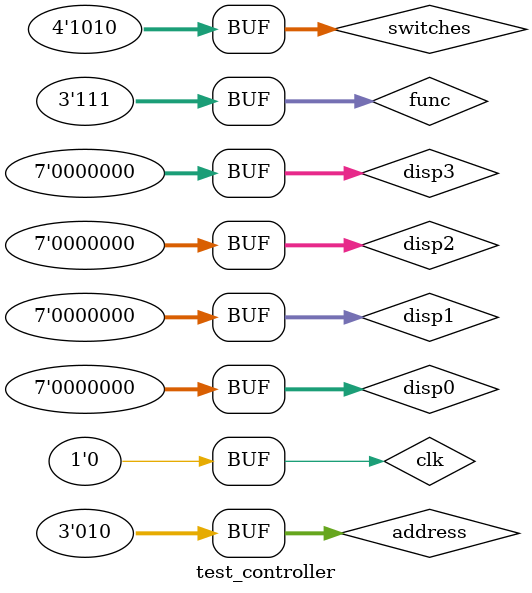
<source format=sv>


module test_controller;

logic clk;
logic [2:0] address, func;
logic [3:0] switches;
logic [6:0] disp0, disp1, disp2, disp3;

full_playbus1 p1 (.disp0(disp0), .disp1(disp1), .disp2(disp2), .disp3(disp3),
				  .sw0(switches), .sw1(address), .sw2(func), .clk(clk));
// controller asm (.*);

initial
  begin
	clk = 0;
	address = 0;
	func = 5;
	disp0 = 0;
	disp1 = 0;
	disp2 = 0;
	disp3 = 0;
	
	switches = 4'b1010;
	func = 0;
	#10ns clk = 1;
	#10ns clk = 0; // copy data from switch to ram at address
	func = 3;
	address = 2;
	#10ns clk = 1;
	#10ns clk = 1;
	#10ns clk = 0;
	#10ns clk = 0; // read data from ram to bus at address
	func = 1;
	#10ns clk = 1;
	#10ns clk = 0; // read data from switch to bus
	func = 2;
	#10ns clk = 1;
	#10ns clk = 0; // copy data from switch to leds
	func = 5;
	#10ns clk = 1;
	#10ns clk = 1;
	#10ns clk = 0;
	#10ns clk = 0; // copy data from eprom into ram at address
	func = 4;
	#10ns clk = 1;
	#10ns clk = 1;
	#10ns clk = 0;
	#10ns clk = 0; // copy data from EPROM at address into LEDs at address
	func = 6;
	#10ns clk = 1;
	#10ns clk = 1;
	#10ns clk = 0;
	#10ns clk = 0; // Copy data from RAM at address into LEDs
	func = 7;
	#10ns clk = 1;
	#10ns clk = 1;
	#10ns clk = 0;
  end
// initial
 // begin
	// clk = 0;
	// forever #10ns clk = ~clk;
 // end
endmodule
</source>
